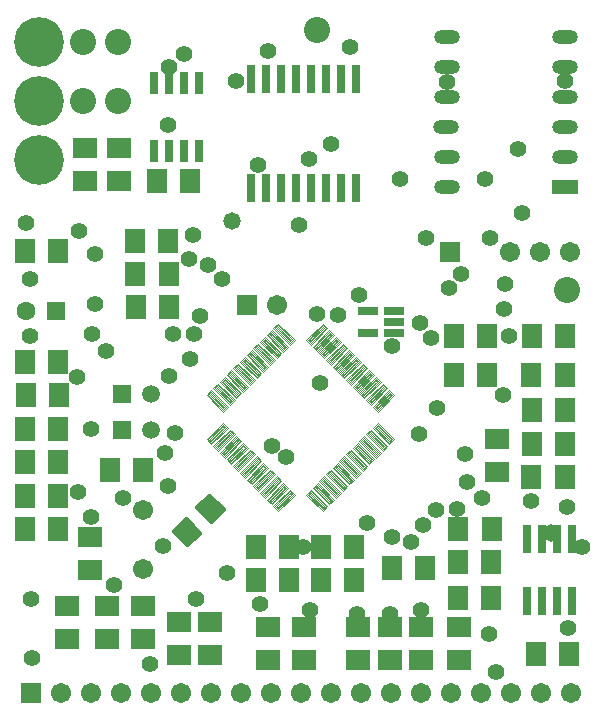
<source format=gts>
%FSLAX43Y43*%
%MOMM*%
G71*
G01*
G75*
%ADD10C,0.300*%
%ADD11C,0.125*%
%ADD12O,2.000X1.000*%
%ADD13R,2.000X1.000*%
%ADD14R,1.800X1.600*%
%ADD15R,1.600X1.800*%
%ADD16R,0.600X2.150*%
%ADD17R,0.600X2.150*%
%ADD18R,1.450X0.550*%
%ADD19R,1.450X0.550*%
%ADD20R,0.600X2.200*%
%ADD21R,0.600X2.200*%
%ADD22R,0.600X1.700*%
%ADD23R,0.600X1.700*%
%ADD24C,0.400*%
%ADD25C,0.500*%
%ADD26R,1.400X1.400*%
%ADD27C,1.400*%
%ADD28C,4.000*%
%ADD29C,2.000*%
%ADD30C,1.500*%
%ADD31R,1.500X1.500*%
%ADD32R,1.300X1.300*%
%ADD33C,1.300*%
%ADD34C,1.200*%
%ADD35C,1.270*%
%ADD36R,0.850X1.300*%
%ADD37C,0.600*%
%ADD38O,2.203X1.203*%
%ADD39R,2.203X1.203*%
%ADD40R,2.003X1.803*%
%ADD41R,1.803X2.003*%
%ADD42R,0.803X2.353*%
%ADD43R,0.803X2.353*%
%ADD44R,1.653X0.753*%
%ADD45R,1.653X0.753*%
%ADD46R,0.803X2.403*%
%ADD47R,0.803X2.403*%
%ADD48R,0.803X1.903*%
%ADD49R,0.803X1.903*%
%ADD50R,1.603X1.603*%
%ADD51C,1.603*%
%ADD52C,4.203*%
%ADD53C,2.203*%
%ADD54C,1.703*%
%ADD55R,1.703X1.703*%
%ADD56R,1.503X1.503*%
%ADD57C,1.503*%
%ADD58C,1.403*%
%ADD59C,1.473*%
D11*
X29744Y32597D02*
X29335Y33006D01*
X30734Y34405D01*
X31142Y33996D01*
X29744Y32597D01*
Y32744D02*
X29482Y33006D01*
X30734Y34257D01*
X30995Y33996D01*
X29744Y32744D01*
Y32892D02*
X29629Y33006D01*
X30734Y34110D01*
X30848Y33996D01*
X29744Y32892D01*
X29769Y33014D02*
X30708Y33988D01*
X17369Y28142D02*
X16960Y28551D01*
X18359Y29950D01*
X18768Y29541D01*
X17369Y28142D01*
Y28290D02*
X17108Y28551D01*
X18359Y29803D01*
X18621Y29541D01*
X17369Y28290D01*
Y28437D02*
X17255Y28551D01*
X18359Y29655D01*
X18473Y29541D01*
X17369Y28437D01*
X17395Y28559D02*
X18334Y29534D01*
X17935Y27577D02*
X17526Y27985D01*
X18925Y29384D01*
X19334Y28975D01*
X17935Y27577D01*
Y27724D02*
X17673Y27985D01*
X18925Y29237D01*
X19186Y28975D01*
X17935Y27724D01*
Y27871D02*
X17821Y27985D01*
X18925Y29090D01*
X19039Y28975D01*
X17935Y27871D01*
X17961Y27993D02*
X18899Y28968D01*
X18501Y27011D02*
X18092Y27420D01*
X19491Y28819D01*
X19899Y28410D01*
X18501Y27011D01*
Y27158D02*
X18239Y27420D01*
X19491Y28671D01*
X19752Y28410D01*
X18501Y27158D01*
Y27306D02*
X18386Y27420D01*
X19491Y28524D01*
X19605Y28410D01*
X18501Y27306D01*
X18526Y27427D02*
X19465Y28402D01*
X19066Y26445D02*
X18658Y26854D01*
X20056Y28253D01*
X20465Y27844D01*
X19066Y26445D01*
Y26593D02*
X18805Y26854D01*
X20056Y28106D01*
X20318Y27844D01*
X19066Y26593D01*
Y26740D02*
X18952Y26854D01*
X20056Y27958D01*
X20171Y27844D01*
X19066Y26740D01*
X19092Y26862D02*
X20031Y27837D01*
X19632Y25880D02*
X19223Y26288D01*
X20622Y27687D01*
X21031Y27278D01*
X19632Y25880D01*
Y26027D02*
X19370Y26288D01*
X20622Y27540D01*
X20884Y27278D01*
X19632Y26027D01*
Y26174D02*
X19518Y26288D01*
X20622Y27393D01*
X20736Y27278D01*
X19632Y26174D01*
X19658Y26296D02*
X20596Y27271D01*
X20198Y25314D02*
X19789Y25723D01*
X21188Y27122D01*
X21597Y26713D01*
X20198Y25314D01*
Y25461D02*
X19936Y25723D01*
X21188Y26974D01*
X21449Y26713D01*
X20198Y25461D01*
Y25609D02*
X20084Y25723D01*
X21188Y26827D01*
X21302Y26713D01*
X20198Y25609D01*
X20223Y25730D02*
X21162Y26705D01*
X20763Y24748D02*
X20355Y25157D01*
X21753Y26556D01*
X22162Y26147D01*
X20763Y24748D01*
Y24895D02*
X20502Y25157D01*
X21753Y26409D01*
X22015Y26147D01*
X20763Y24895D01*
Y25043D02*
X20649Y25157D01*
X21753Y26261D01*
X21868Y26147D01*
X20763Y25043D01*
X20789Y25165D02*
X21728Y26139D01*
X21329Y24182D02*
X20920Y24591D01*
X22319Y25990D01*
X22728Y25581D01*
X21329Y24182D01*
Y24330D02*
X21068Y24591D01*
X22319Y25843D01*
X22581Y25581D01*
X21329Y24330D01*
Y24477D02*
X21215Y24591D01*
X22319Y25695D01*
X22433Y25581D01*
X21329Y24477D01*
X21355Y24599D02*
X22294Y25574D01*
X21895Y23617D02*
X21486Y24026D01*
X22885Y25424D01*
X23294Y25016D01*
X21895Y23617D01*
Y23764D02*
X21633Y24026D01*
X22885Y25277D01*
X23146Y25016D01*
X21895Y23764D01*
Y23911D02*
X21781Y24026D01*
X22885Y25130D01*
X22999Y25016D01*
X21895Y23911D01*
X21920Y24033D02*
X22859Y25008D01*
X22461Y23051D02*
X22052Y23460D01*
X23450Y24859D01*
X23859Y24450D01*
X22461Y23051D01*
Y23198D02*
X22199Y23460D01*
X23450Y24711D01*
X23712Y24450D01*
X22461Y23198D01*
Y23346D02*
X22346Y23460D01*
X23450Y24564D01*
X23565Y24450D01*
X22461Y23346D01*
X22486Y23468D02*
X23425Y24442D01*
X23026Y22485D02*
X22617Y22894D01*
X24016Y24293D01*
X24425Y23884D01*
X23026Y22485D01*
Y22633D02*
X22765Y22894D01*
X24016Y24146D01*
X24278Y23884D01*
X23026Y22633D01*
Y22780D02*
X22912Y22894D01*
X24016Y23999D01*
X24130Y23884D01*
X23026Y22780D01*
X23052Y22902D02*
X23991Y23877D01*
X27183Y22894D02*
X26774Y22485D01*
X25375Y23884D01*
X25784Y24293D01*
X27183Y22894D01*
X27035D02*
X26774Y22633D01*
X25522Y23884D01*
X25784Y24146D01*
X27035Y22894D01*
X26888D02*
X26774Y22780D01*
X25670Y23884D01*
X25784Y23998D01*
X26888Y22894D01*
X26766Y22920D02*
X25791Y23859D01*
X27748Y23460D02*
X27340Y23051D01*
X25941Y24450D01*
X26350Y24859D01*
X27748Y23460D01*
X27601D02*
X27340Y23198D01*
X26088Y24450D01*
X26350Y24712D01*
X27601Y23460D01*
X27454D02*
X27340Y23346D01*
X26235Y24450D01*
X26350Y24564D01*
X27454Y23460D01*
X27332Y23486D02*
X26357Y24424D01*
X28314Y24026D02*
X27905Y23617D01*
X26506Y25016D01*
X26915Y25425D01*
X28314Y24026D01*
X28167D02*
X27905Y23764D01*
X26654Y25016D01*
X26915Y25277D01*
X28167Y24026D01*
X28019D02*
X27905Y23912D01*
X26801Y25016D01*
X26915Y25130D01*
X28019Y24026D01*
X27898Y24051D02*
X26923Y24990D01*
X28880Y24591D02*
X28471Y24182D01*
X27072Y25581D01*
X27481Y25990D01*
X28880Y24591D01*
X28732D02*
X28471Y24330D01*
X27219Y25581D01*
X27481Y25843D01*
X28732Y24591D01*
X28585D02*
X28471Y24477D01*
X27367Y25581D01*
X27481Y25695D01*
X28585Y24591D01*
X28463Y24617D02*
X27488Y25556D01*
X31143Y26854D02*
X30734Y26445D01*
X29335Y27844D01*
X29744Y28253D01*
X31143Y26854D01*
X30995D02*
X30734Y26593D01*
X29482Y27844D01*
X29744Y28106D01*
X30995Y26854D01*
X30848D02*
X30734Y26740D01*
X29629Y27844D01*
X29744Y27958D01*
X30848Y26854D01*
X30726Y26880D02*
X29751Y27819D01*
X31708Y27420D02*
X31299Y27011D01*
X29900Y28410D01*
X30309Y28819D01*
X31708Y27420D01*
X31561D02*
X31299Y27158D01*
X30048Y28410D01*
X30309Y28671D01*
X31561Y27420D01*
X31413D02*
X31299Y27306D01*
X30195Y28410D01*
X30309Y28524D01*
X31413Y27420D01*
X31292Y27445D02*
X30317Y28384D01*
X32274Y27985D02*
X31865Y27577D01*
X30466Y28975D01*
X30875Y29384D01*
X32274Y27985D01*
X32127D02*
X31865Y27724D01*
X30613Y28975D01*
X30875Y29237D01*
X32127Y27985D01*
X31979D02*
X31865Y27871D01*
X30761Y28975D01*
X30875Y29090D01*
X31979Y27985D01*
X31857Y28011D02*
X30883Y28950D01*
X32840Y28551D02*
X32431Y28142D01*
X31032Y29541D01*
X31441Y29950D01*
X32840Y28551D01*
X32692D02*
X32431Y28290D01*
X31179Y29541D01*
X31441Y29803D01*
X32692Y28551D01*
X32545D02*
X32431Y28437D01*
X31326Y29541D01*
X31441Y29655D01*
X32545Y28551D01*
X32423Y28577D02*
X31448Y29516D01*
X25784Y36557D02*
X25375Y36966D01*
X26774Y38365D01*
X27183Y37956D01*
X25784Y36557D01*
Y36704D02*
X25522Y36966D01*
X26774Y38217D01*
X27035Y37956D01*
X25784Y36704D01*
Y36852D02*
X25670Y36966D01*
X26774Y38070D01*
X26888Y37956D01*
X25784Y36852D01*
X25809Y36973D02*
X26748Y37948D01*
X26350Y35991D02*
X25941Y36400D01*
X27340Y37799D01*
X27748Y37390D01*
X26350Y35991D01*
Y36139D02*
X26088Y36400D01*
X27340Y37652D01*
X27601Y37390D01*
X26350Y36139D01*
Y36286D02*
X26235Y36400D01*
X27340Y37504D01*
X27454Y37390D01*
X26350Y36286D01*
X26375Y36408D02*
X27314Y37382D01*
X26915Y35426D02*
X26506Y35834D01*
X27905Y37233D01*
X28314Y36824D01*
X26915Y35426D01*
Y35573D02*
X26654Y35834D01*
X27905Y37086D01*
X28167Y36824D01*
X26915Y35573D01*
Y35720D02*
X26801Y35834D01*
X27905Y36939D01*
X28019Y36824D01*
X26915Y35720D01*
X26941Y35842D02*
X27880Y36817D01*
X27481Y34860D02*
X27072Y35269D01*
X28471Y36667D01*
X28880Y36259D01*
X27481Y34860D01*
Y35007D02*
X27219Y35269D01*
X28471Y36520D01*
X28732Y36259D01*
X27481Y35007D01*
Y35154D02*
X27367Y35269D01*
X28471Y36373D01*
X28585Y36259D01*
X27481Y35154D01*
X27506Y35276D02*
X28445Y36251D01*
X28047Y34294D02*
X27638Y34703D01*
X29037Y36102D01*
X29445Y35693D01*
X28047Y34294D01*
Y34441D02*
X27785Y34703D01*
X29037Y35955D01*
X29298Y35693D01*
X28047Y34441D01*
Y34589D02*
X27932Y34703D01*
X29037Y35807D01*
X29151Y35693D01*
X28047Y34589D01*
X28072Y34711D02*
X29011Y35685D01*
X28612Y33728D02*
X28203Y34137D01*
X29602Y35536D01*
X30011Y35127D01*
X28612Y33728D01*
Y33876D02*
X28351Y34137D01*
X29602Y35389D01*
X29864Y35127D01*
X28612Y33876D01*
Y34023D02*
X28498Y34137D01*
X29602Y35242D01*
X29716Y35127D01*
X28612Y34023D01*
X28638Y34145D02*
X29577Y35120D01*
X29178Y33163D02*
X28769Y33572D01*
X30168Y34970D01*
X30577Y34562D01*
X29178Y33163D01*
Y33310D02*
X28916Y33572D01*
X30168Y34823D01*
X30429Y34562D01*
X29178Y33310D01*
Y33457D02*
X29064Y33572D01*
X30168Y34676D01*
X30282Y34562D01*
X29178Y33457D01*
X29204Y33579D02*
X30142Y34554D01*
X30309Y32031D02*
X29901Y32440D01*
X31299Y33839D01*
X31708Y33430D01*
X30309Y32031D01*
Y32179D02*
X30048Y32440D01*
X31299Y33692D01*
X31561Y33430D01*
X30309Y32179D01*
Y32326D02*
X30195Y32440D01*
X31299Y33544D01*
X31414Y33430D01*
X30309Y32326D01*
X30335Y32448D02*
X31274Y33423D01*
X30875Y31466D02*
X30466Y31875D01*
X31865Y33273D01*
X32274Y32865D01*
X30875Y31466D01*
Y31613D02*
X30614Y31875D01*
X31865Y33126D01*
X32127Y32865D01*
X30875Y31613D01*
Y31760D02*
X30761Y31875D01*
X31865Y32979D01*
X31979Y32865D01*
X30875Y31760D01*
X30901Y31882D02*
X31839Y32857D01*
X31441Y30900D02*
X31032Y31309D01*
X32431Y32708D01*
X32840Y32299D01*
X31441Y30900D01*
Y31047D02*
X31179Y31309D01*
X32431Y32560D01*
X32692Y32299D01*
X31441Y31047D01*
Y31195D02*
X31327Y31309D01*
X32431Y32413D01*
X32545Y32299D01*
X31441Y31195D01*
X31466Y31316D02*
X32405Y32291D01*
X18768Y31309D02*
X18359Y30900D01*
X16960Y32299D01*
X17369Y32708D01*
X18768Y31309D01*
X18621D02*
X18359Y31047D01*
X17108Y32299D01*
X17369Y32560D01*
X18621Y31309D01*
X18473D02*
X18359Y31195D01*
X17255Y32299D01*
X17369Y32413D01*
X18473Y31309D01*
X18352Y31334D02*
X17377Y32273D01*
X19334Y31875D02*
X18925Y31466D01*
X17526Y32865D01*
X17935Y33273D01*
X19334Y31875D01*
X19186D02*
X18925Y31613D01*
X17673Y32865D01*
X17935Y33126D01*
X19186Y31875D01*
X19039D02*
X18925Y31760D01*
X17821Y32865D01*
X17935Y32979D01*
X19039Y31875D01*
X18917Y31900D02*
X17943Y32839D01*
X19899Y32440D02*
X19491Y32031D01*
X18092Y33430D01*
X18501Y33839D01*
X19899Y32440D01*
X19752D02*
X19491Y32179D01*
X18239Y33430D01*
X18501Y33692D01*
X19752Y32440D01*
X19605D02*
X19491Y32326D01*
X18386Y33430D01*
X18501Y33544D01*
X19605Y32440D01*
X19483Y32466D02*
X18508Y33405D01*
X20465Y33006D02*
X20056Y32597D01*
X18658Y33996D01*
X19066Y34405D01*
X20465Y33006D01*
X20318D02*
X20056Y32744D01*
X18805Y33996D01*
X19066Y34257D01*
X20318Y33006D01*
X20171D02*
X20056Y32892D01*
X18952Y33996D01*
X19066Y34110D01*
X20171Y33006D01*
X20049Y33031D02*
X19074Y33970D01*
X21031Y33572D02*
X20622Y33163D01*
X19223Y34562D01*
X19632Y34970D01*
X21031Y33572D01*
X20884D02*
X20622Y33310D01*
X19371Y34562D01*
X19632Y34823D01*
X20884Y33572D01*
X20736D02*
X20622Y33457D01*
X19518Y34562D01*
X19632Y34676D01*
X20736Y33572D01*
X20614Y33597D02*
X19640Y34536D01*
X21597Y34137D02*
X21188Y33728D01*
X19789Y35127D01*
X20198Y35536D01*
X21597Y34137D01*
X21449D02*
X21188Y33876D01*
X19936Y35127D01*
X20198Y35389D01*
X21449Y34137D01*
X21302D02*
X21188Y34023D01*
X20084Y35127D01*
X20198Y35241D01*
X21302Y34137D01*
X21180Y34163D02*
X20205Y35102D01*
X22162Y34703D02*
X21753Y34294D01*
X20355Y35693D01*
X20763Y36102D01*
X22162Y34703D01*
X22015D02*
X21753Y34441D01*
X20502Y35693D01*
X20763Y35954D01*
X22015Y34703D01*
X21868D02*
X21753Y34589D01*
X20649Y35693D01*
X20763Y35807D01*
X21868Y34703D01*
X21746Y34729D02*
X20771Y35667D01*
X22728Y35269D02*
X22319Y34860D01*
X20920Y36259D01*
X21329Y36667D01*
X22728Y35269D01*
X22581D02*
X22319Y35007D01*
X21068Y36259D01*
X21329Y36520D01*
X22581Y35269D01*
X22433D02*
X22319Y35154D01*
X21215Y36259D01*
X21329Y36373D01*
X22433Y35269D01*
X22311Y35294D02*
X21337Y36233D01*
X23294Y35834D02*
X22885Y35426D01*
X21486Y36824D01*
X21895Y37233D01*
X23294Y35834D01*
X23146D02*
X22885Y35573D01*
X21633Y36824D01*
X21895Y37086D01*
X23146Y35834D01*
X22999D02*
X22885Y35720D01*
X21781Y36824D01*
X21895Y36939D01*
X22999Y35834D01*
X22877Y35860D02*
X21902Y36799D01*
X23859Y36400D02*
X23450Y35991D01*
X22052Y37390D01*
X22460Y37799D01*
X23859Y36400D01*
X23712D02*
X23450Y36139D01*
X22199Y37390D01*
X22460Y37652D01*
X23712Y36400D01*
X23565D02*
X23450Y36286D01*
X22346Y37390D01*
X22460Y37504D01*
X23565Y36400D01*
X23443Y36426D02*
X22468Y37364D01*
X24425Y36966D02*
X24016Y36557D01*
X22617Y37956D01*
X23026Y38365D01*
X24425Y36966D01*
X24278D02*
X24016Y36704D01*
X22765Y37956D01*
X23026Y38217D01*
X24278Y36966D01*
X24130D02*
X24016Y36852D01*
X22912Y37956D01*
X23026Y38070D01*
X24130Y36966D01*
X24009Y36991D02*
X23034Y37930D01*
X30577Y26288D02*
X30168Y25880D01*
X28769Y27278D01*
X29178Y27687D01*
X30577Y26288D01*
X30429D02*
X30168Y26027D01*
X28916Y27278D01*
X29178Y27540D01*
X30429Y26288D01*
X30282D02*
X30168Y26174D01*
X29064Y27278D01*
X29178Y27393D01*
X30282Y26288D01*
X30160Y26314D02*
X29186Y27253D01*
X30011Y25723D02*
X29602Y25314D01*
X28203Y26713D01*
X28612Y27122D01*
X30011Y25723D01*
X29864D02*
X29602Y25461D01*
X28351Y26713D01*
X28612Y26974D01*
X29864Y25723D01*
X29716D02*
X29602Y25609D01*
X28498Y26713D01*
X28612Y26827D01*
X29716Y25723D01*
X29595Y25748D02*
X28620Y26687D01*
X29445Y25157D02*
X29037Y24748D01*
X27638Y26147D01*
X28047Y26556D01*
X29445Y25157D01*
X29298D02*
X29037Y24896D01*
X27785Y26147D01*
X28047Y26409D01*
X29298Y25157D01*
X29151D02*
X29037Y25043D01*
X27932Y26147D01*
X28047Y26261D01*
X29151Y25157D01*
X29029Y25183D02*
X28054Y26121D01*
D24*
X15337Y19675D02*
X14204Y20809D01*
X15196Y21801D01*
X16330Y20667D01*
X15337Y19675D01*
Y20147D02*
X14675Y20809D01*
X15196Y21330D01*
X15858Y20667D01*
X15337Y20147D01*
Y20618D02*
X15147Y20809D01*
X15196Y20858D01*
X15387Y20667D01*
X15337Y20618D01*
X15267Y20720D02*
Y20756D01*
X17317Y21655D02*
X16184Y22789D01*
X17176Y23781D01*
X18310Y22647D01*
X17317Y21655D01*
Y22126D02*
X16655Y22789D01*
X17176Y23309D01*
X17838Y22647D01*
X17317Y22126D01*
Y22598D02*
X17126Y22789D01*
X17176Y22838D01*
X17367Y22647D01*
X17317Y22598D01*
X17247Y22700D02*
Y22736D01*
D38*
X37285Y49915D02*
D03*
X47285Y54990D02*
D03*
X47285Y57540D02*
D03*
X37285D02*
D03*
X37235Y54990D02*
D03*
X37285Y52465D02*
D03*
X47285Y60090D02*
D03*
Y62640D02*
D03*
X37310Y60090D02*
D03*
X37285Y62640D02*
D03*
X47285Y52465D02*
D03*
D39*
Y49915D02*
D03*
D40*
X6657Y50413D02*
D03*
Y53213D02*
D03*
X9543Y50412D02*
D03*
X9543Y53212D02*
D03*
X11582Y14438D02*
D03*
X11582Y11638D02*
D03*
X17257Y13088D02*
D03*
Y10288D02*
D03*
X14657Y13088D02*
D03*
Y10288D02*
D03*
X35143Y9837D02*
D03*
X35143Y12637D02*
D03*
X5168Y11662D02*
D03*
X5168Y14462D02*
D03*
X7068Y17512D02*
D03*
X7068Y20312D02*
D03*
X8518Y11662D02*
D03*
X8518Y14462D02*
D03*
X32518Y9837D02*
D03*
X32518Y12637D02*
D03*
X29743Y9862D02*
D03*
X29743Y12662D02*
D03*
X25243Y9837D02*
D03*
X25243Y12637D02*
D03*
X38357Y12638D02*
D03*
Y9838D02*
D03*
X41568Y25762D02*
D03*
X41568Y28562D02*
D03*
X22122Y12668D02*
D03*
Y9868D02*
D03*
D41*
X12738Y50393D02*
D03*
X15538D02*
D03*
X47613Y10418D02*
D03*
X44813D02*
D03*
X11563Y25943D02*
D03*
X8763Y25943D02*
D03*
X44462Y33982D02*
D03*
X47262Y33982D02*
D03*
X44512Y37282D02*
D03*
X47312Y37282D02*
D03*
X40688Y33993D02*
D03*
X37888D02*
D03*
X40688Y37293D02*
D03*
X37888D02*
D03*
X4413Y44543D02*
D03*
X1613Y44543D02*
D03*
X44462Y25332D02*
D03*
X47262Y25332D02*
D03*
X44487Y28182D02*
D03*
X47287Y28182D02*
D03*
X44487Y31082D02*
D03*
X47287Y31082D02*
D03*
X4388Y23775D02*
D03*
X1588D02*
D03*
X4388Y29445D02*
D03*
X1588Y29445D02*
D03*
X4413Y35140D02*
D03*
X1613D02*
D03*
X4405Y20944D02*
D03*
X1605D02*
D03*
X4405Y26614D02*
D03*
X1605Y26614D02*
D03*
X4430Y32309D02*
D03*
X1630D02*
D03*
X13763Y39768D02*
D03*
X10963Y39768D02*
D03*
X13713Y45318D02*
D03*
X10913Y45318D02*
D03*
X13738Y42518D02*
D03*
X10938Y42518D02*
D03*
X38287Y21007D02*
D03*
X41087Y21007D02*
D03*
X38212Y15107D02*
D03*
X41012Y15107D02*
D03*
X32687Y17682D02*
D03*
X35487Y17682D02*
D03*
X26612Y19482D02*
D03*
X29412Y19482D02*
D03*
X38262Y18182D02*
D03*
X41062Y18182D02*
D03*
X23963Y19443D02*
D03*
X21163Y19443D02*
D03*
X29443Y16653D02*
D03*
X26643D02*
D03*
X21132Y16622D02*
D03*
X23932D02*
D03*
D42*
X29570Y59100D02*
D03*
X28300D02*
D03*
X27030D02*
D03*
X25760D02*
D03*
X21950D02*
D03*
X20680D02*
D03*
X29570Y49850D02*
D03*
X28300D02*
D03*
X27030D02*
D03*
X25760D02*
D03*
X24490D02*
D03*
X23220D02*
D03*
X21950D02*
D03*
X20680D02*
D03*
D43*
X24490Y59100D02*
D03*
X23220D02*
D03*
D44*
X30650Y37550D02*
D03*
Y39450D02*
D03*
X32800Y38500D02*
D03*
X32800Y37550D02*
D03*
D45*
X32800Y39450D02*
D03*
D46*
X46585Y20100D02*
D03*
X45315D02*
D03*
X44045D02*
D03*
X47855Y14900D02*
D03*
X46585D02*
D03*
X45315D02*
D03*
X44045D02*
D03*
D47*
X47855Y20100D02*
D03*
D48*
X16330Y53000D02*
D03*
X13790Y58700D02*
D03*
X12520D02*
D03*
X15060Y53000D02*
D03*
X13790D02*
D03*
X12520D02*
D03*
D49*
X15060Y58700D02*
D03*
X16330D02*
D03*
D50*
X4189Y39433D02*
D03*
D51*
X1689D02*
D03*
D52*
X2800Y52200D02*
D03*
Y57200D02*
D03*
Y62200D02*
D03*
D53*
X6525Y62175D02*
D03*
Y57175D02*
D03*
X9500Y62225D02*
D03*
Y57225D02*
D03*
X26300Y63250D02*
D03*
X47500Y41225D02*
D03*
D54*
X45280Y7100D02*
D03*
X42740D02*
D03*
X47820D02*
D03*
X40200D02*
D03*
X37660D02*
D03*
X32580D02*
D03*
X30040D02*
D03*
X27500D02*
D03*
X24960D02*
D03*
X22420D02*
D03*
X19880D02*
D03*
X17340D02*
D03*
X14800D02*
D03*
X12260D02*
D03*
X9720D02*
D03*
X7180D02*
D03*
X4640D02*
D03*
X35120D02*
D03*
X47727Y44416D02*
D03*
X45187D02*
D03*
X42647D02*
D03*
X11575Y22617D02*
D03*
Y17617D02*
D03*
X22910Y39937D02*
D03*
D55*
X2100Y7100D02*
D03*
X37567Y44416D02*
D03*
X20370Y39937D02*
D03*
D56*
X9758Y32363D02*
D03*
Y29388D02*
D03*
D57*
X12258Y32363D02*
D03*
Y29388D02*
D03*
D58*
X38175Y22625D02*
D03*
X35975Y37175D02*
D03*
X33300Y50575D02*
D03*
X47450Y22800D02*
D03*
X9900Y23625D02*
D03*
X13800Y33950D02*
D03*
X21300Y51775D02*
D03*
X43300Y53125D02*
D03*
X40925Y45600D02*
D03*
X42100Y39575D02*
D03*
X42075Y32325D02*
D03*
X24750Y46725D02*
D03*
X21500Y14600D02*
D03*
X40500Y50575D02*
D03*
X1675Y46900D02*
D03*
X2000Y42100D02*
D03*
X13450Y27400D02*
D03*
X43625Y47700D02*
D03*
X44450Y23350D02*
D03*
X37475Y41400D02*
D03*
X38525Y42550D02*
D03*
X7525Y40000D02*
D03*
X7500Y44250D02*
D03*
X1975Y37300D02*
D03*
X13700Y24575D02*
D03*
X13250Y19500D02*
D03*
X2100Y15000D02*
D03*
X2200Y10025D02*
D03*
X12200Y9575D02*
D03*
X40850Y12100D02*
D03*
X16050Y15050D02*
D03*
X30575Y21500D02*
D03*
X6150Y46225D02*
D03*
X26600Y33350D02*
D03*
X23700Y27025D02*
D03*
X22500Y27975D02*
D03*
X25125Y19475D02*
D03*
X25700Y14075D02*
D03*
X14250Y29075D02*
D03*
X32687Y20250D02*
D03*
X34975Y29025D02*
D03*
X34250Y19850D02*
D03*
X29725Y13787D02*
D03*
X35275Y21275D02*
D03*
X32525Y13800D02*
D03*
X40250Y23550D02*
D03*
X36400Y22575D02*
D03*
X35150Y14075D02*
D03*
X36450Y31175D02*
D03*
X42250Y41700D02*
D03*
X18250Y42125D02*
D03*
X16400Y39000D02*
D03*
X39025Y24975D02*
D03*
X17075Y43300D02*
D03*
X15525Y35375D02*
D03*
X6000Y33800D02*
D03*
X6050Y24125D02*
D03*
X38800Y27300D02*
D03*
X15475Y43800D02*
D03*
X15900Y37450D02*
D03*
X8450Y36025D02*
D03*
X9125Y16225D02*
D03*
X7145Y29445D02*
D03*
X15800Y45900D02*
D03*
X14125Y37500D02*
D03*
X7225Y37450D02*
D03*
X7175Y21950D02*
D03*
X42550Y37293D02*
D03*
X26279Y39196D02*
D03*
X35500Y45600D02*
D03*
X41450Y8875D02*
D03*
X18700Y17200D02*
D03*
X47600Y12575D02*
D03*
X48725Y19475D02*
D03*
X47275Y58875D02*
D03*
X37285Y58800D02*
D03*
X13790Y60110D02*
D03*
X29110Y61760D02*
D03*
X22125Y61400D02*
D03*
X19425Y58875D02*
D03*
X15050Y61175D02*
D03*
X35000Y38400D02*
D03*
X29900Y40800D02*
D03*
X32625Y36425D02*
D03*
X25625Y52275D02*
D03*
X27475Y53525D02*
D03*
X28100Y39125D02*
D03*
X13675Y55200D02*
D03*
D59*
X46100Y20625D02*
D03*
X19100Y47050D02*
D03*
M02*

</source>
